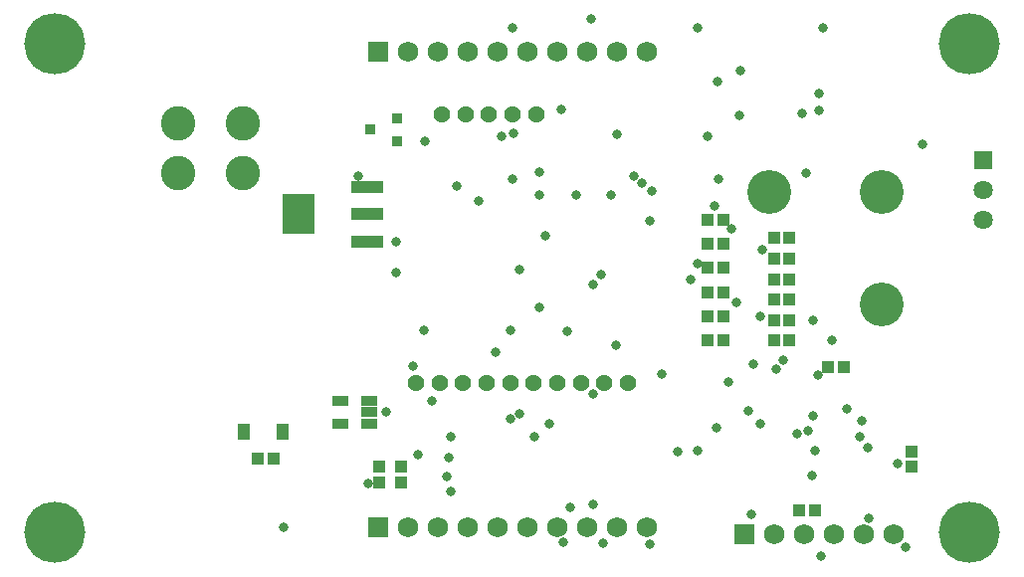
<source format=gbs>
G04*
G04 #@! TF.GenerationSoftware,Altium Limited,Altium Designer,20.0.13 (296)*
G04*
G04 Layer_Color=16711935*
%FSLAX25Y25*%
%MOIN*%
G70*
G01*
G75*
%ADD43R,0.04043X0.04437*%
%ADD62C,0.05618*%
%ADD63C,0.06799*%
%ADD64R,0.06799X0.06799*%
%ADD65C,0.14673*%
%ADD66C,0.20500*%
%ADD67C,0.11524*%
%ADD68R,0.06406X0.06406*%
%ADD69C,0.06406*%
%ADD70C,0.03256*%
%ADD91R,0.11130X0.04437*%
%ADD92R,0.11130X0.13492*%
%ADD93R,0.05618X0.03256*%
%ADD94R,0.03571X0.03571*%
%ADD95R,0.03847X0.04240*%
%ADD96R,0.04240X0.04437*%
%ADD97R,0.04437X0.04240*%
%ADD98R,0.04098X0.05299*%
D43*
X93602Y50295D02*
D03*
X98917D02*
D03*
D62*
X186713Y165650D02*
D03*
X178839D02*
D03*
X170965D02*
D03*
X163091D02*
D03*
X155216D02*
D03*
X146555Y75886D02*
D03*
X154429D02*
D03*
X162303D02*
D03*
X170177D02*
D03*
X178051D02*
D03*
X185925D02*
D03*
X193799D02*
D03*
X201673D02*
D03*
X209547D02*
D03*
X217421D02*
D03*
D63*
X203740Y27559D02*
D03*
X193740D02*
D03*
X173740D02*
D03*
X153740D02*
D03*
X143740D02*
D03*
X163740D02*
D03*
X183740D02*
D03*
X213740D02*
D03*
X223740D02*
D03*
X286398Y25000D02*
D03*
X266398D02*
D03*
X276398D02*
D03*
X296398D02*
D03*
X306398D02*
D03*
X223740Y186614D02*
D03*
X213740D02*
D03*
X183740D02*
D03*
X163740D02*
D03*
X143740D02*
D03*
X153740D02*
D03*
X173740D02*
D03*
X193740D02*
D03*
X203740D02*
D03*
D64*
X133740Y27559D02*
D03*
X256398Y25000D02*
D03*
X133740Y186614D02*
D03*
D65*
X302559Y101968D02*
D03*
Y139567D02*
D03*
X264961D02*
D03*
D66*
X331890Y189370D02*
D03*
Y25591D02*
D03*
X25591Y189370D02*
D03*
Y25591D02*
D03*
D67*
X88583Y162598D02*
D03*
Y146063D02*
D03*
X66929Y162598D02*
D03*
Y146063D02*
D03*
D68*
X336614Y150551D02*
D03*
D69*
Y140551D02*
D03*
Y130551D02*
D03*
D70*
X156838Y44438D02*
D03*
X205807Y35100D02*
D03*
X152000Y69700D02*
D03*
X197300Y93050D02*
D03*
X187900Y138800D02*
D03*
Y146551D02*
D03*
X130600Y42000D02*
D03*
X136614Y65945D02*
D03*
X247400Y176800D02*
D03*
X253800Y102800D02*
D03*
X213740Y159160D02*
D03*
X316100Y155800D02*
D03*
X238600Y110500D02*
D03*
X195700Y22300D02*
D03*
X209300Y21959D02*
D03*
X298200Y30300D02*
D03*
X277900Y59800D02*
D03*
X147300Y51600D02*
D03*
X224900Y21700D02*
D03*
X234300Y52600D02*
D03*
X274300Y58700D02*
D03*
X282164Y17736D02*
D03*
X262000Y98000D02*
D03*
Y62100D02*
D03*
X191275D02*
D03*
X290847Y67203D02*
D03*
X208500Y111900D02*
D03*
X200299Y138801D02*
D03*
X205700Y108700D02*
D03*
X195100Y167259D02*
D03*
X205100Y197800D02*
D03*
X282900Y194600D02*
D03*
X241000Y194800D02*
D03*
X178800D02*
D03*
X175200Y158388D02*
D03*
X181200Y113700D02*
D03*
X179200Y159300D02*
D03*
X189823Y125077D02*
D03*
X205807Y72200D02*
D03*
X149100Y93300D02*
D03*
X173300Y86200D02*
D03*
X229000Y78600D02*
D03*
X181255Y65455D02*
D03*
X257900Y66400D02*
D03*
X178100Y63700D02*
D03*
X255039Y180300D02*
D03*
X254700Y165300D02*
D03*
X251100Y76000D02*
D03*
X178200Y93300D02*
D03*
X269400Y83500D02*
D03*
X213400Y88500D02*
D03*
X158182Y39428D02*
D03*
X280328Y52977D02*
D03*
X157600Y50700D02*
D03*
X279644Y64775D02*
D03*
X187900Y100900D02*
D03*
X262500Y120300D02*
D03*
X275900Y166100D02*
D03*
X258900Y31700D02*
D03*
X295946Y62900D02*
D03*
X295100Y57600D02*
D03*
X281600Y172600D02*
D03*
X186300Y57700D02*
D03*
X247200Y60600D02*
D03*
X247700Y144200D02*
D03*
X246600Y134900D02*
D03*
X198300Y34000D02*
D03*
X158100Y57800D02*
D03*
X240850Y53150D02*
D03*
X224700Y129900D02*
D03*
X212000Y138700D02*
D03*
X297700Y54000D02*
D03*
X102141Y27559D02*
D03*
X307700Y48600D02*
D03*
X127200Y145000D02*
D03*
X178700Y143900D02*
D03*
X222100Y142600D02*
D03*
X281600Y167000D02*
D03*
X244200Y158400D02*
D03*
X240900Y115800D02*
D03*
X252300Y127400D02*
D03*
X139900Y123228D02*
D03*
X267200Y80300D02*
D03*
X145400Y81300D02*
D03*
X277067Y146133D02*
D03*
X279100Y44800D02*
D03*
X310600Y20700D02*
D03*
X281100Y78300D02*
D03*
X285800Y90157D02*
D03*
X279500Y96894D02*
D03*
X167600Y136600D02*
D03*
X160039Y141600D02*
D03*
X149500Y156890D02*
D03*
X139900Y112800D02*
D03*
X225346Y140100D02*
D03*
X219466Y145087D02*
D03*
X259500Y82200D02*
D03*
D91*
X130315Y141339D02*
D03*
Y132283D02*
D03*
Y123228D02*
D03*
D92*
X107087Y132283D02*
D03*
D93*
X121260Y69685D02*
D03*
Y62205D02*
D03*
X130709D02*
D03*
Y65945D02*
D03*
Y69685D02*
D03*
D94*
X131102Y160630D02*
D03*
X140118Y156890D02*
D03*
Y164370D02*
D03*
D95*
X244291Y89984D02*
D03*
X249410D02*
D03*
X244291Y98087D02*
D03*
X249410D02*
D03*
X244291Y106189D02*
D03*
X249410D02*
D03*
X244291Y114291D02*
D03*
X249410D02*
D03*
X244291Y122394D02*
D03*
X249410D02*
D03*
X244291Y130496D02*
D03*
X249410D02*
D03*
D96*
X266536Y90157D02*
D03*
X271654D02*
D03*
X266536Y96894D02*
D03*
X271654D02*
D03*
X266536Y103631D02*
D03*
X271654D02*
D03*
X266536Y110555D02*
D03*
X271654D02*
D03*
X271654Y117544D02*
D03*
X266536D02*
D03*
Y124236D02*
D03*
X271654D02*
D03*
X280118Y33071D02*
D03*
X275000D02*
D03*
X284646Y81102D02*
D03*
X289764D02*
D03*
D97*
X141339Y42520D02*
D03*
Y47638D02*
D03*
X134252Y42520D02*
D03*
Y47638D02*
D03*
X312598Y52756D02*
D03*
Y47638D02*
D03*
D98*
X101870Y59350D02*
D03*
X88970D02*
D03*
M02*

</source>
